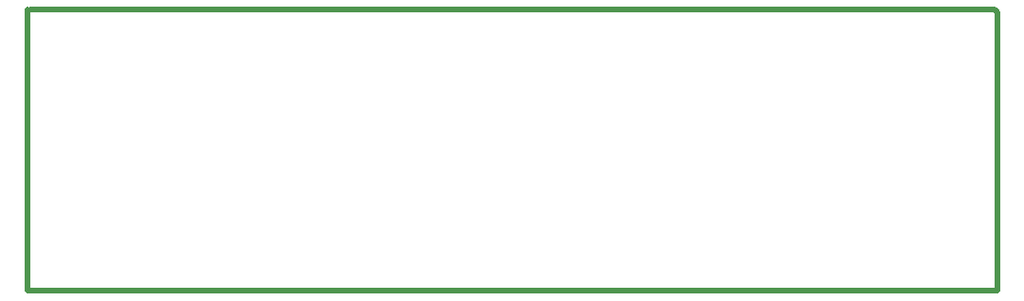
<source format=gko>
G04 ---------------------------- Layer name :KeepOutLayer*
G04 EasyEDA v5.7.26, Thu, 04 Oct 2018 07:00:36 GMT*
G04 bab801e3e9994df8b30bbc7ea68d8503*
G04 Gerber Generator version 0.2*
G04 Scale: 100 percent, Rotated: No, Reflected: No *
G04 Dimensions in millimeters *
G04 leading zeros omitted , absolute positions ,3 integer and 3 decimal *
%FSLAX33Y33*%
%MOMM*%
G90*
G71D02*

%ADD10C,0.499999*%
G54D10*
G01X254Y25146D02*
G01X86360Y25146D01*
G01X86614Y24892D01*
G01X86614Y0D01*
G01X0Y0D01*
G01X0Y25146D01*

%LPD*%
M00*
M02*

</source>
